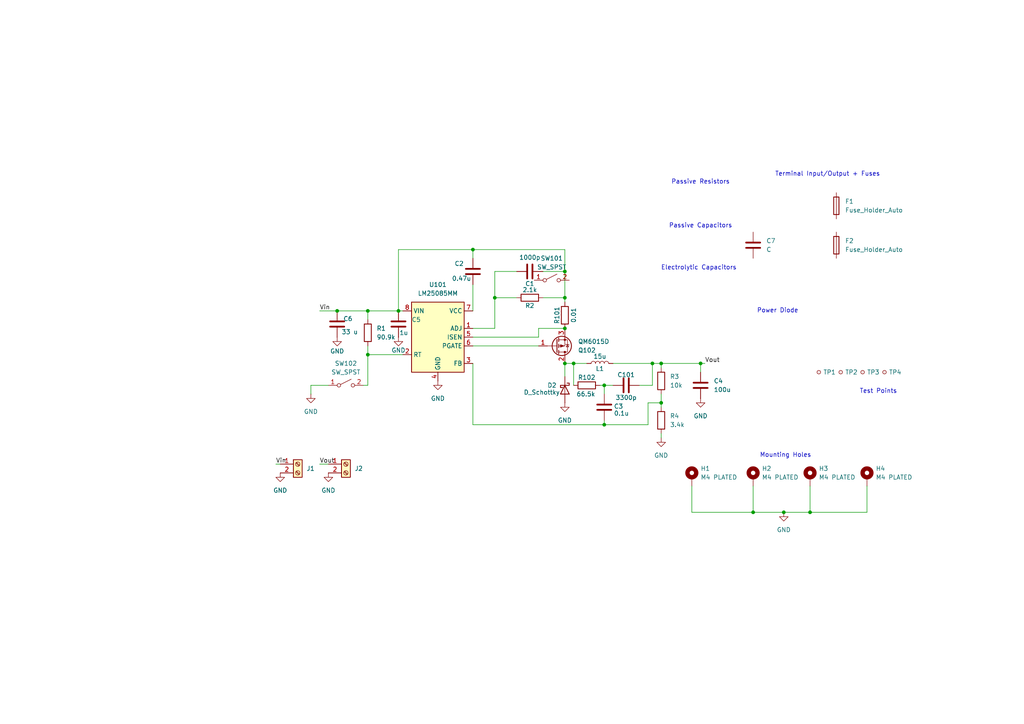
<source format=kicad_sch>
(kicad_sch (version 20250114) (generator "eeschema") (generator_version "9.0")
  (paper "A4")
  (lib_symbols
    (symbol "Device:C" (pin_numbers (hide yes)) (pin_names (offset 0.254))
      (property "Reference" "C" (at 0.635 2.54 0))
      (property "Value" "C" (at 0.635 -2.54 0))
      (symbol "C_0_1"
        (polyline (pts (xy -2.032 0.762) (xy 2.032 0.762)) (stroke (width 0.508)))
        (polyline (pts (xy -2.032 -0.762) (xy 2.032 -0.762)) (stroke (width 0.508)))
      )
      (symbol "C_1_1"
        (pin passive line (at 0 3.81 270) (length 2.794) (name "~") (number "1"))
        (pin passive line (at 0 -3.81 90) (length 2.794) (name "~") (number "2"))
      )
    )
    (symbol "Device:D_Schottky" (pin_numbers (hide yes)) (pin_names (offset 1.016) (hide yes))
      (property "Reference" "D" (at 0 2.54 0))
      (property "Value" "D_Schottky" (at 0 -2.54 0))
      (symbol "D_Schottky_0_1"
        (polyline (pts (xy -1.905 0.635) (xy -1.905 1.27) (xy -1.27 1.27) (xy -1.27 -1.27) (xy -0.635 -1.27) (xy -0.635 -0.635)) (stroke (width 0.254)))
        (polyline (pts (xy 1.27 1.27) (xy 1.27 -1.27) (xy -1.27 0) (xy 1.27 1.27)) (stroke (width 0.254)))
        (polyline (pts (xy 1.27 0) (xy -1.27 0)))
      )
      (symbol "D_Schottky_1_1"
        (pin passive line (at -3.81 0 0) (length 2.54) (name "K") (number "1"))
        (pin passive line (at 3.81 0 180) (length 2.54) (name "A") (number "2"))
      )
    )
    (symbol "Device:L" (pin_numbers (hide yes)) (pin_names (offset 1.016) (hide yes))
      (property "Reference" "L" (at -1.27 0 90))
      (property "Value" "L" (at 1.905 0 90))
      (symbol "L_0_1"
        (arc (start 0 2.54) (mid 0.6323 1.905) (end 0 1.27))
        (arc (start 0 1.27) (mid 0.6323 0.635) (end 0 0))
        (arc (start 0 0) (mid 0.6323 -0.635) (end 0 -1.27))
        (arc (start 0 -1.27) (mid 0.6323 -1.905) (end 0 -2.54))
      )
      (symbol "L_1_1"
        (pin passive line (at 0 3.81 270) (length 1.27) (name "1") (number "1"))
        (pin passive line (at 0 -3.81 90) (length 1.27) (name "2") (number "2"))
      )
    )
    (symbol "Modifications:LM25085MM_modified"
      (property "Reference" "U1" (at 0 15.24 0))
      (property "Value" "LM25085MM_modified" (at 0 12.7 0))
      (symbol "LM25085MM_modified_0_1"
        (rectangle (start -7.62 10.16) (end 7.62 -10.16) (stroke (width 0.254)) (fill (type background)))
      )
      (symbol "LM25085MM_modified_1_1"
        (pin power_in line (at -10.16 7.62 0) (length 2.54) (name "VIN") (number "8"))
        (pin input line (at -10.16 -5.08 0) (length 2.54) (name "RT") (number "2"))
        (pin power_in line (at 0 -12.7 90) (length 2.54) (name "GND") (number "4"))
        (pin power_out line (at 10.16 7.62 180) (length 2.54) (name "VCC") (number "7"))
        (pin input line (at 10.16 2.54 180) (length 2.54) (name "ADJ") (number "1"))
        (pin input line (at 10.16 0 180) (length 2.54) (name "ISEN") (number "5"))
        (pin output line (at 10.16 -2.54 180) (length 2.54) (name "PGATE") (number "6"))
        (pin input line (at 10.16 -7.62 180) (length 2.54) (name "FB") (number "3"))
      )
    )
    (symbol "Switch:SW_SPST" (pin_names (offset 0) (hide yes))
      (property "Reference" "SW" (at 0 3.175 0))
      (property "Value" "SW_SPST" (at 0 -2.54 0))
      (symbol "SW_SPST_0_0"
        (circle (center -2.032 0) (radius 0.508))
        (polyline (pts (xy -1.524 0.254) (xy 1.524 1.778)))
        (circle (center 2.032 0) (radius 0.508))
      )
      (symbol "SW_SPST_1_1"
        (pin passive line (at -5.08 0 0) (length 2.54) (name "A") (number "1"))
        (pin passive line (at 5.08 0 180) (length 2.54) (name "B") (number "2"))
      )
    )
    (symbol "Transistor_FET:QM6015D" (pin_names (hide yes))
      (property "Reference" "Q" (at 5.08 1.905 0))
      (property "Value" "QM6015D" (at 5.08 0 0))
      (symbol "QM6015D_0_1"
        (polyline (pts (xy 0.254 1.905) (xy 0.254 -1.905)) (stroke (width 0.254)))
        (polyline (pts (xy 0.254 0) (xy -2.54 0)))
        (polyline (pts (xy 0.762 2.286) (xy 0.762 1.27)) (stroke (width 0.254)))
        (polyline (pts (xy 0.762 1.778) (xy 3.302 1.778) (xy 3.302 -1.778) (xy 0.762 -1.778)))
        (polyline (pts (xy 0.762 0.508) (xy 0.762 -0.508)) (stroke (width 0.254)))
        (polyline (pts (xy 0.762 -1.27) (xy 0.762 -2.286)) (stroke (width 0.254)))
        (circle (center 1.651 0) (radius 2.794) (stroke (width 0.254)))
        (polyline (pts (xy 2.286 0) (xy 1.27 0.381) (xy 1.27 -0.381) (xy 2.286 0)) (fill (type outline)))
        (polyline (pts (xy 2.54 2.54) (xy 2.54 1.778)))
        (circle (center 2.54 1.778) (radius 0.254) (fill (type outline)))
        (circle (center 2.54 -1.778) (radius 0.254) (fill (type outline)))
        (polyline (pts (xy 2.54 -2.54) (xy 2.54 0) (xy 0.762 0)))
        (polyline (pts (xy 2.794 -0.508) (xy 2.921 -0.381) (xy 3.683 -0.381) (xy 3.81 -0.254)))
        (polyline (pts (xy 3.302 -0.381) (xy 2.921 0.254) (xy 3.683 0.254) (xy 3.302 -0.381)))
      )
      (symbol "QM6015D_1_1"
        (pin passive line (at -5.08 0 0) (length 2.54) (name "G") (number "1"))
        (pin passive line (at 2.54 5.08 270) (length 2.54) (name "D") (number "2"))
        (pin passive line (at 2.54 -5.08 90) (length 2.54) (name "S") (number "3"))
      )
    )
    (symbol "power:GND" (power) (pin_numbers (hide yes)) (pin_names (offset 0) (hide yes))
      (property "Value" "GND" (at 0 -3.81 0))
      (symbol "GND_0_1"
        (polyline (pts (xy 0 0) (xy 0 -1.27) (xy 1.27 -1.27) (xy 0 -2.54) (xy -1.27 -1.27) (xy 0 -1.27)))
      )
      (symbol "GND_1_1"
        (pin power_in line (at 0 0 270) (length 0) (name "~") (number "1"))
      )
    )
    (symbol "rsx_Capacitors:1u" (pin_numbers (hide yes)) (pin_names (offset 0.254))
      (property "Reference" "C" (at 0.635 2.54 0))
      (property "Value" "1u" (at 0.635 -2.54 0))
      (symbol "1u_0_1"
        (polyline (pts (xy -2.032 0.762) (xy 2.032 0.762)) (stroke (width 0.508)))
        (polyline (pts (xy -2.032 -0.762) (xy 2.032 -0.762)) (stroke (width 0.508)))
      )
      (symbol "1u_1_1"
        (pin passive line (at 0 3.81 270) (length 2.794) (name "~") (number "1"))
        (pin passive line (at 0 -3.81 90) (length 2.794) (name "~") (number "2"))
      )
    )
    (symbol "rsx_Resistors:0R00 1/10W" (pin_numbers (hide yes)) (pin_names (offset 0))
      (property "Reference" "R" (at 2.032 0 90))
      (property "Value" "0R00 1{slash}10W" (at 0 0 90))
      (symbol "0R00 1/10W_0_1"
        (rectangle (start -1.016 -2.54) (end 1.016 2.54) (stroke (width 0.254)))
      )
      (symbol "0R00 1/10W_1_1"
        (pin passive line (at 0 3.81 270) (length 1.27) (name "~") (number "1"))
        (pin passive line (at 0 -3.81 90) (length 1.27) (name "~") (number "2"))
      )
    )
    (symbol "rsx_fuses:Fuse_Holder_Auto" (pin_numbers (hide yes)) (pin_names (offset 0))
      (property "Reference" "F" (at 2.032 0 90))
      (property "Value" "Fuse_Holder_Auto" (at -1.905 0 90))
      (symbol "Fuse_Holder_Auto_0_1"
        (rectangle (start -0.762 2.54) (end 0.762 -2.54) (stroke (width 0.254)))
        (polyline (pts (xy 0 2.54) (xy 0 -2.54)))
      )
      (symbol "Fuse_Holder_Auto_1_1"
        (pin passive line (at 0 3.81 270) (length 1.27) (name "~") (number "1"))
        (pin passive line (at 0 -3.81 90) (length 1.27) (name "~") (number "2"))
      )
    )
    (symbol "rsx_header_screw:Screw_Terminal_2x5.08" (pin_names (offset 1.016) (hide yes))
      (property "Reference" "J" (at 0 2.54 0))
      (symbol "Screw_Terminal_2x5.08_1_1"
        (rectangle (start -1.27 1.27) (end 1.27 -3.81) (stroke (width 0.254)) (fill (type background)))
        (polyline (pts (xy -0.5334 0.3302) (xy 0.3302 -0.508)) (stroke (width 0.1524)))
        (polyline (pts (xy -0.5334 -2.2098) (xy 0.3302 -3.048)) (stroke (width 0.1524)))
        (polyline (pts (xy -0.3556 0.508) (xy 0.508 -0.3302)) (stroke (width 0.1524)))
        (polyline (pts (xy -0.3556 -2.032) (xy 0.508 -2.8702)) (stroke (width 0.1524)))
        (circle (center 0 0) (radius 0.635) (stroke (width 0.1524)))
        (circle (center 0 -2.54) (radius 0.635) (stroke (width 0.1524)))
        (pin passive line (at -5.08 0 0) (length 3.81) (name "Pin_1") (number "1"))
        (pin passive line (at -5.08 -2.54 0) (length 3.81) (name "Pin_2") (number "2"))
      )
    )
    (symbol "rsx_misc:M4 PLATED" (pin_numbers (hide yes)) (pin_names (offset 1.016) (hide yes)) (in_bom no)
      (property "Reference" "H" (at 0 6.35 0))
      (property "Value" "M4 PLATED" (at 0 4.445 0))
      (symbol "M4 PLATED_0_1"
        (circle (center 0 1.27) (radius 1.27) (stroke (width 1.27)))
      )
      (symbol "M4 PLATED_1_1"
        (pin input line (at 0 -2.54 90) (length 2.54) (name "1") (number "1"))
      )
    )
    (symbol "rsx_misc:TestPoint_Small" (pin_numbers (hide yes)) (pin_names (offset 0.762) (hide yes)) (in_bom no)
      (property "Reference" "TP" (at 0 3.81 0))
      (symbol "TestPoint_Small_0_1"
        (circle (center 0 0) (radius 0.508))
      )
      (symbol "TestPoint_Small_1_1"
        (pin passive line (at 0 0 90) (length 0) (name "1") (number "1"))
      )
    )
  )
  (text "Terminal Input/Output + Fuses" (at 240.03 50.546 0) (effects (font (size 1.27 1.27))))
  (text "Electrolytic Capacitors\n" (at 202.692 77.724 0) (effects (font (size 1.27 1.27))))
  (text "Mounting Holes" (at 227.838 132.08 0) (effects (font (size 1.27 1.27))))
  (text "Power Diode\n" (at 225.552 90.17 0) (effects (font (size 1.27 1.27))))
  (text "Passive Resistors" (at 203.2 52.832 0) (effects (font (size 1.27 1.27))))
  (text "Passive Capacitors" (at 203.2 65.532 0) (effects (font (size 1.27 1.27))))
  (text "Test Points" (at 254.762 113.538 0) (effects (font (size 1.27 1.27))))
  (junction (at 163.83 86.36))
  (junction (at 166.37 105.41))
  (junction (at 97.79 90.17))
  (junction (at 191.77 116.84))
  (junction (at 218.44 148.59))
  (junction (at 137.16 72.39))
  (junction (at 189.23 105.41))
  (junction (at 143.51 86.36))
  (junction (at 234.95 148.59))
  (junction (at 191.77 105.41))
  (junction (at 227.33 148.59))
  (junction (at 163.83 95.25))
  (junction (at 106.68 90.17))
  (junction (at 175.26 111.76))
  (junction (at 163.83 78.74))
  (junction (at 115.57 90.17))
  (junction (at 106.68 102.87))
  (junction (at 203.2 105.41))
  (junction (at 175.26 123.19))
  (junction (at 163.83 105.41))
  (wire (pts (xy 143.51 86.36) (xy 143.51 95.25)))
  (wire (pts (xy 163.83 86.36) (xy 163.83 87.63)))
  (wire (pts (xy 106.68 102.87) (xy 116.84 102.87)))
  (wire (pts (xy 166.37 105.41) (xy 166.37 111.76)))
  (wire (pts (xy 97.79 90.17) (xy 106.68 90.17)))
  (wire (pts (xy 191.77 118.11) (xy 191.77 116.84)))
  (wire (pts (xy 137.16 72.39) (xy 163.83 72.39)))
  (wire (pts (xy 115.57 90.17) (xy 115.57 72.39)))
  (wire (pts (xy 106.68 111.76) (xy 105.41 111.76)))
  (wire (pts (xy 203.2 105.41) (xy 204.47 105.41)))
  (wire (pts (xy 143.51 78.74) (xy 149.86 78.74)))
  (wire (pts (xy 251.46 148.59) (xy 251.46 140.97)))
  (wire (pts (xy 203.2 105.41) (xy 203.2 107.95)))
  (wire (pts (xy 166.37 105.41) (xy 170.18 105.41)))
  (wire (pts (xy 218.44 148.59) (xy 227.33 148.59)))
  (wire (pts (xy 191.77 127) (xy 191.77 125.73)))
  (wire (pts (xy 173.99 111.76) (xy 175.26 111.76)))
  (wire (pts (xy 137.16 123.19) (xy 137.16 105.41)))
  (wire (pts (xy 191.77 105.41) (xy 203.2 105.41)))
  (wire (pts (xy 143.51 78.74) (xy 143.51 86.36)))
  (wire (pts (xy 106.68 90.17) (xy 115.57 90.17)))
  (wire (pts (xy 137.16 123.19) (xy 175.26 123.19)))
  (wire (pts (xy 163.83 105.41) (xy 163.83 109.22)))
  (wire (pts (xy 163.83 105.41) (xy 166.37 105.41)))
  (wire (pts (xy 92.71 134.62) (xy 95.25 134.62)))
  (wire (pts (xy 81.28 134.62) (xy 80.01 134.62)))
  (wire (pts (xy 175.26 121.92) (xy 175.26 123.19)))
  (wire (pts (xy 115.57 72.39) (xy 137.16 72.39)))
  (wire (pts (xy 106.68 100.33) (xy 106.68 102.87)))
  (wire (pts (xy 200.66 148.59) (xy 218.44 148.59)))
  (wire (pts (xy 137.16 100.33) (xy 156.21 100.33)))
  (wire (pts (xy 156.21 95.25) (xy 163.83 95.25)))
  (wire (pts (xy 92.71 90.17) (xy 97.79 90.17)))
  (wire (pts (xy 218.44 140.97) (xy 218.44 148.59)))
  (wire (pts (xy 90.17 111.76) (xy 90.17 114.3)))
  (wire (pts (xy 175.26 111.76) (xy 177.8 111.76)))
  (wire (pts (xy 137.16 95.25) (xy 143.51 95.25)))
  (wire (pts (xy 189.23 111.76) (xy 185.42 111.76)))
  (wire (pts (xy 189.23 105.41) (xy 191.77 105.41)))
  (wire (pts (xy 143.51 86.36) (xy 149.86 86.36)))
  (wire (pts (xy 137.16 97.79) (xy 156.21 97.79)))
  (wire (pts (xy 163.83 78.74) (xy 163.83 86.36)))
  (wire (pts (xy 106.68 102.87) (xy 106.68 111.76)))
  (wire (pts (xy 157.48 78.74) (xy 163.83 78.74)))
  (wire (pts (xy 187.96 123.19) (xy 187.96 116.84)))
  (wire (pts (xy 175.26 123.19) (xy 187.96 123.19)))
  (wire (pts (xy 137.16 72.39) (xy 137.16 74.93)))
  (wire (pts (xy 177.8 105.41) (xy 189.23 105.41)))
  (wire (pts (xy 137.16 82.55) (xy 137.16 90.17)))
  (wire (pts (xy 175.26 111.76) (xy 175.26 114.3)))
  (wire (pts (xy 116.84 90.17) (xy 115.57 90.17)))
  (wire (pts (xy 191.77 116.84) (xy 191.77 114.3)))
  (wire (pts (xy 189.23 105.41) (xy 189.23 111.76)))
  (wire (pts (xy 157.48 86.36) (xy 163.83 86.36)))
  (wire (pts (xy 187.96 116.84) (xy 191.77 116.84)))
  (wire (pts (xy 95.25 111.76) (xy 90.17 111.76)))
  (wire (pts (xy 200.66 140.97) (xy 200.66 148.59)))
  (wire (pts (xy 156.21 97.79) (xy 156.21 95.25)))
  (wire (pts (xy 227.33 148.59) (xy 234.95 148.59)))
  (wire (pts (xy 234.95 140.97) (xy 234.95 148.59)))
  (wire (pts (xy 106.68 90.17) (xy 106.68 92.71)))
  (wire (pts (xy 191.77 105.41) (xy 191.77 106.68)))
  (wire (pts (xy 163.83 72.39) (xy 163.83 78.74)))
  (wire (pts (xy 234.95 148.59) (xy 251.46 148.59)))
  (label "Vin" (at 80.01 134.62 0))
  (label "Vout" (at 204.47 105.41 0))
  (label "Vin" (at 92.71 90.17 0))
  (label "Vout" (at 92.71 134.62 0))
  (symbol (lib_id "power:GND") (at 127 110.49 0) (unit 1)
    (property "Reference" "#PWR0101" (effects (hide yes)))
    (property "Value" "GND" (at 127 115.57 0))
    (property "Description" "Power symbol creates a global label with name \"GND\" , ground" (effects (hide yes)))
  )
  (symbol (lib_id "rsx_misc:TestPoint_Small") (at 256.54 107.95 0) (unit 1) (in_bom no)
    (property "Reference" "TP4" (at 257.81 107.9499 0) (effects (justify left)))
    (property "Value" "TestPoint_Small" (effects (hide yes)))
    (property "Footprint" "TestPoint:TestPoint_Pad_D1.0mm" (effects (hide yes)))
    (property "Description" "test point" (effects (hide yes)))
  )
  (symbol (lib_id "Transistor_FET:QM6015D") (at 161.29 100.33 0) (mirror x) (unit 1)
    (property "Reference" "Q102" (at 167.64 101.6001 0) (effects (justify left)))
    (property "Value" "QM6015D" (at 167.64 99.0601 0) (effects (justify left)))
    (property "Footprint" "Package_TO_SOT_SMD:TO-252-2" (effects (hide yes)))
    (property "Datasheet" "http://www.jaolen.com/images/pdf/QM6015D.pdf" (effects (hide yes)))
    (property "Description" "-35A Id, -60V Vds, P-Channel Power MOSFET, 25mOhm Ron, 25.0nC Qg (typ), TO252" (effects (hide yes)))
  )
  (symbol (lib_id "Device:C") (at 203.2 111.76 0) (unit 1)
    (property "Reference" "C4" (at 207.01 110.4899 0) (effects (justify left)))
    (property "Value" "100u" (at 207.01 113.0299 0) (effects (justify left)))
    (property "Footprint" "Capacitor_SMD:C_Elec_10x10.2" (effects (hide yes)))
    (property "Description" "Unpolarized capacitor" (effects (hide yes)))
  )
  (symbol (lib_id "rsx_misc:TestPoint_Small") (at 243.84 107.95 0) (unit 1) (in_bom no)
    (property "Reference" "TP2" (at 245.11 107.9499 0) (effects (justify left)))
    (property "Value" "TestPoint_Small" (effects (hide yes)))
    (property "Footprint" "TestPoint:TestPoint_Pad_D1.0mm" (effects (hide yes)))
    (property "Description" "test point" (effects (hide yes)))
  )
  (symbol (lib_id "rsx_misc:TestPoint_Small") (at 250.19 107.95 0) (unit 1) (in_bom no)
    (property "Reference" "TP3" (at 251.46 107.9499 0) (effects (justify left)))
    (property "Value" "TestPoint_Small" (effects (hide yes)))
    (property "Footprint" "TestPoint:TestPoint_Pad_D1.0mm" (effects (hide yes)))
    (property "Description" "test point" (effects (hide yes)))
  )
  (symbol (lib_id "Switch:SW_SPST") (at 160.02 81.28 0) (unit 1)
    (property "Reference" "SW101" (at 160.02 74.93 0))
    (property "Value" "SW_SPST" (at 160.02 77.47 0))
    (property "Description" "Single Pole Single Throw (SPST) switch" (effects (hide yes)))
  )
  (symbol (lib_id "power:GND") (at 163.83 116.84 0) (unit 1)
    (property "Reference" "#PWR0103" (effects (hide yes)))
    (property "Value" "GND" (at 163.83 121.92 0))
    (property "Description" "Power symbol creates a global label with name \"GND\" , ground" (effects (hide yes)))
  )
  (symbol (lib_id "rsx_Capacitors:1u") (at 218.44 71.12 0) (unit 1)
    (property "Reference" "C7" (at 222.25 69.8499 0) (effects (justify left)))
    (property "Value" "C" (at 222.25 72.3899 0) (effects (justify left)))
    (property "Footprint" "rsx_capacitors:C_0805_2012Metric" (effects (hide yes)))
    (property "Description" "CAP CER 1UF 50V X7R 0805" (effects (hide yes)))
    (property "MFR" "Samsung Electro-Mechanics" (effects (hide yes)))
    (property "DPN" "1276-1029-1-ND" (effects (hide yes)))
    (property "MPN" "CL21B105KBFNNNE" (effects (hide yes)))
  )
  (symbol (lib_id "Switch:SW_SPST") (at 100.33 111.76 0) (unit 1)
    (property "Reference" "SW102" (at 100.33 105.41 0))
    (property "Value" "SW_SPST" (at 100.33 107.95 0))
    (property "Description" "Single Pole Single Throw (SPST) switch" (effects (hide yes)))
  )
  (symbol (lib_id "rsx_Resistors:0R00 1/10W") (at 163.83 91.44 180) (unit 1)
    (property "Reference" "R101" (at 161.544 91.44 90))
    (property "Value" "0.01" (at 166.37 91.44 90))
    (property "Footprint" "rsx_resistors:R_0805_2012Metric" (effects (hide yes)))
    (property "Description" "RES 0 OHM JUMPER 1/10W 0603" (effects (hide yes)))
    (property "MFR" "Stackpole Electronics Inc" (effects (hide yes)))
    (property "DPN" "RMCF0603ZT0R00CT-ND" (effects (hide yes)))
    (property "MPN" "RMCF0603ZT0R00" (effects (hide yes)))
  )
  (symbol (lib_id "power:GND") (at 97.79 97.79 0) (unit 1)
    (property "Reference" "#PWR0106" (effects (hide yes)))
    (property "Value" "GND" (at 97.79 101.854 0))
    (property "Description" "Power symbol creates a global label with name \"GND\" , ground" (effects (hide yes)))
  )
  (symbol (lib_id "rsx_misc:TestPoint_Small") (at 237.49 107.95 0) (unit 1) (in_bom no)
    (property "Reference" "TP1" (at 238.76 107.9499 0) (effects (justify left)))
    (property "Value" "TestPoint_Small" (effects (hide yes)))
    (property "Footprint" "TestPoint:TestPoint_Pad_D1.0mm" (effects (hide yes)))
    (property "Description" "test point" (effects (hide yes)))
  )
  (symbol (lib_id "power:GND") (at 191.77 127 0) (unit 1)
    (property "Reference" "#PWR0104" (effects (hide yes)))
    (property "Value" "GND" (at 191.77 132.08 0))
    (property "Description" "Power symbol creates a global label with name \"GND\" , ground" (effects (hide yes)))
  )
  (symbol (lib_id "Device:C") (at 97.79 93.98 0) (unit 1)
    (property "Reference" "C6" (at 99.568 92.456 0) (effects (justify left)))
    (property "Value" "33 u" (at 99.06 96.266 0) (effects (justify left)))
    (property "Footprint" "Capacitor_SMD:C_Elec_10x10.2" (effects (hide yes)))
    (property "Description" "Unpolarized capacitor" (effects (hide yes)))
  )
  (symbol (lib_id "rsx_Capacitors:1u") (at 175.26 118.11 0) (unit 1)
    (property "Reference" "C3" (at 178.054 117.856 0) (effects (justify left)))
    (property "Value" "0.1u" (at 178.054 119.888 0) (effects (justify left)))
    (property "Footprint" "rsx_capacitors:C_0805_2012Metric" (effects (hide yes)))
    (property "Description" "CAP CER 1UF 50V X7R 0805" (effects (hide yes)))
    (property "MFR" "Samsung Electro-Mechanics" (effects (hide yes)))
    (property "DPN" "1276-1029-1-ND" (effects (hide yes)))
    (property "MPN" "CL21B105KBFNNNE" (effects (hide yes)))
  )
  (symbol (lib_id "rsx_Capacitors:1u") (at 153.67 78.74 270) (unit 1)
    (property "Reference" "C1" (at 153.67 82.296 90))
    (property "Value" "1000p" (at 153.67 74.676 90))
    (property "Footprint" "rsx_capacitors:C_0805_2012Metric" (effects (hide yes)))
    (property "Description" "CAP CER 1UF 50V X7R 0805" (effects (hide yes)))
    (property "MFR" "Samsung Electro-Mechanics" (effects (hide yes)))
    (property "DPN" "1276-1029-1-ND" (effects (hide yes)))
    (property "MPN" "CL21B105KBFNNNE" (effects (hide yes)))
  )
  (symbol (lib_id "rsx_misc:M4 PLATED") (at 251.46 138.43 0) (unit 1) (in_bom no)
    (property "Reference" "H4" (at 254 135.8899 0) (effects (justify left)))
    (property "Value" "M4 PLATED" (at 254 138.4299 0) (effects (justify left)))
    (property "Footprint" "rsx_misc:MountingHole_4.5mm_Pad_Via" (effects (hide yes)))
    (property "Description" "Mounting Hole with connection M4" (effects (hide yes)))
  )
  (symbol (lib_id "Modifications:LM25085MM_modified") (at 127 97.79 0) (unit 1)
    (property "Reference" "U101" (at 127 82.55 0))
    (property "Value" "LM25085MM" (at 127 85.09 0))
    (property "Footprint" "rsx_packages_SO:MSOP-8_3x3mm_P0.65mm_DL" (effects (hide yes)))
    (property "Datasheet" "http://www.ti.com/lit/ds/symlink/lm25085.pdf" (effects (hide yes)))
    (property "Description" "42V Constant On-Time PFET Buck Switching Controller, MSOP-8" (effects (hide yes)))
  )
  (symbol (lib_id "Device:L") (at 173.99 105.41 90) (unit 1)
    (property "Reference" "L1" (at 173.99 106.934 90))
    (property "Value" "15u" (at 173.99 103.378 90))
    (property "Footprint" "Inductor_SMD:L_Coilcraft_XAL1350-XXX" (effects (hide yes)))
    (property "Description" "Inductor" (effects (hide yes)))
  )
  (symbol (lib_id "Device:C") (at 137.16 78.74 0) (unit 1)
    (property "Reference" "C2" (at 131.826 76.454 0) (effects (justify left)))
    (property "Value" "0.47u" (at 131.064 80.772 0) (effects (justify left)))
    (property "Footprint" "Capacitor_SMD:C_Elec_10x10.2" (effects (hide yes)))
    (property "Description" "Unpolarized capacitor" (effects (hide yes)))
  )
  (symbol (lib_id "power:GND") (at 203.2 115.57 0) (unit 1)
    (property "Reference" "#PWR0105" (effects (hide yes)))
    (property "Value" "GND" (at 203.2 120.65 0))
    (property "Description" "Power symbol creates a global label with name \"GND\" , ground" (effects (hide yes)))
  )
  (symbol (lib_id "rsx_Capacitors:1u") (at 181.61 111.76 90) (unit 1)
    (property "Reference" "C101" (at 181.61 108.712 90))
    (property "Value" "3300p" (at 181.61 115.316 90))
    (property "Footprint" "rsx_capacitors:C_0805_2012Metric" (effects (hide yes)))
    (property "Description" "CAP CER 1UF 50V X7R 0805" (effects (hide yes)))
    (property "MFR" "Samsung Electro-Mechanics" (effects (hide yes)))
    (property "DPN" "1276-1029-1-ND" (effects (hide yes)))
    (property "MPN" "CL21B105KBFNNNE" (effects (hide yes)))
  )
  (symbol (lib_id "rsx_misc:M4 PLATED") (at 234.95 138.43 0) (unit 1) (in_bom no)
    (property "Reference" "H3" (at 237.49 135.8899 0) (effects (justify left)))
    (property "Value" "M4 PLATED" (at 237.49 138.4299 0) (effects (justify left)))
    (property "Footprint" "rsx_misc:MountingHole_4.5mm_Pad_Via" (effects (hide yes)))
    (property "Description" "Mounting Hole with connection M4" (effects (hide yes)))
  )
  (symbol (lib_id "rsx_header_screw:Screw_Terminal_2x5.08") (at 86.36 134.62 0) (unit 1)
    (property "Reference" "J1" (at 88.9 135.8899 0) (effects (justify left)))
    (property "Value" "Screw_Terminal_2x5.08" (effects (hide yes)))
    (property "Footprint" "rsx_headers_screw:Molex_0398800302" (effects (hide yes)))
    (property "Description" "TERM BLK 2P SIDE ENT 5.08MM PCB" (effects (hide yes)))
    (property "MFR" "Molex" (effects (hide yes)))
    (property "DPN" "WM4393-ND" (effects (hide yes)))
    (property "MPN" "398800302" (effects (hide yes)))
  )
  (symbol (lib_id "power:GND") (at 10933.43 10088.88 0) (unit 1)
    (property "Reference" "#PWR0102" (effects (hide yes)))
    (property "Value" "GND" (at 10933.43 10093.96 0))
    (property "Description" "Power symbol creates a global label with name \"GND\" , ground" (effects (hide yes)))
  )
  (symbol (lib_id "power:GND") (at 115.57 97.79 0) (unit 1)
    (property "Reference" "#PWR0108" (effects (hide yes)))
    (property "Value" "GND" (at 115.57 101.6 0))
    (property "Description" "Power symbol creates a global label with name \"GND\" , ground" (effects (hide yes)))
  )
  (symbol (lib_id "rsx_fuses:Fuse_Holder_Auto") (at 242.57 59.69 0) (unit 1)
    (property "Reference" "F1" (at 245.11 58.4199 0) (effects (justify left)))
    (property "Value" "Fuse_Holder_Auto" (at 245.11 60.9599 0) (effects (justify left)))
    (property "Footprint" "rsx_fuses:FUSE_3568-10" (effects (hide yes)))
    (property "Description" "Fuse Holder 30 A 500V 1 Circuit Blade Through Hole" (effects (hide yes)))
    (property "MFR" "Keystone Electronics" (effects (hide yes)))
    (property "DPN" "36-3568-10-ND" (effects (hide yes)))
    (property "MPN" "3568-10" (effects (hide yes)))
  )
  (symbol (lib_id "rsx_Resistors:0R00 1/10W") (at 153.67 86.36 270) (unit 1)
    (property "Reference" "R2" (at 153.67 88.646 90))
    (property "Value" "2.1k" (at 153.67 84.074 90))
    (property "Footprint" "rsx_resistors:R_0805_2012Metric" (effects (hide yes)))
    (property "Description" "RES 0 OHM JUMPER 1/10W 0603" (effects (hide yes)))
    (property "MFR" "Stackpole Electronics Inc" (effects (hide yes)))
    (property "DPN" "RMCF0603ZT0R00CT-ND" (effects (hide yes)))
    (property "MPN" "RMCF0603ZT0R00" (effects (hide yes)))
  )
  (symbol (lib_id "rsx_Resistors:0R00 1/10W") (at 191.77 121.92 0) (unit 1)
    (property "Reference" "R4" (at 194.31 120.6499 0) (effects (justify left)))
    (property "Value" "3.4k" (at 194.31 123.1899 0) (effects (justify left)))
    (property "Footprint" "rsx_resistors:R_0805_2012Metric" (effects (hide yes)))
    (property "Description" "RES 0 OHM JUMPER 1/10W 0603" (effects (hide yes)))
    (property "MFR" "Stackpole Electronics Inc" (effects (hide yes)))
    (property "DPN" "RMCF0603ZT0R00CT-ND" (effects (hide yes)))
    (property "MPN" "RMCF0603ZT0R00" (effects (hide yes)))
  )
  (symbol (lib_id "Device:D_Schottky") (at 163.83 113.03 270) (unit 1)
    (property "Reference" "D2" (at 158.75 111.76 90) (effects (justify left)))
    (property "Value" "D_Schottky" (at 151.892 113.792 90) (effects (justify left)))
    (property "Footprint" "Diode_SMD:D_SMA" (effects (hide yes)))
    (property "Description" "Schottky diode" (effects (hide yes)))
  )
  (symbol (lib_id "power:GND") (at 227.33 148.59 0) (unit 1)
    (property "Reference" "#PWR0107" (effects (hide yes)))
    (property "Value" "GND" (at 227.33 153.67 0))
    (property "Description" "Power symbol creates a global label with name \"GND\" , ground" (effects (hide yes)))
  )
  (symbol (lib_id "power:GND") (at 90.17 114.3 0) (unit 1)
    (property "Reference" "#PWR0111" (effects (hide yes)))
    (property "Value" "GND" (at 90.17 119.38 0))
    (property "Description" "Power symbol creates a global label with name \"GND\" , ground" (effects (hide yes)))
  )
  (symbol (lib_id "rsx_header_screw:Screw_Terminal_2x5.08") (at 100.33 134.62 0) (unit 1)
    (property "Reference" "J2" (at 102.87 135.8899 0) (effects (justify left)))
    (property "Value" "Screw_Terminal_2x5.08" (effects (hide yes)))
    (property "Footprint" "rsx_headers_screw:Molex_0398800302" (effects (hide yes)))
    (property "Description" "TERM BLK 2P SIDE ENT 5.08MM PCB" (effects (hide yes)))
    (property "MFR" "Molex" (effects (hide yes)))
    (property "DPN" "WM4393-ND" (effects (hide yes)))
    (property "MPN" "398800302" (effects (hide yes)))
  )
  (symbol (lib_id "rsx_Resistors:0R00 1/10W") (at 191.77 110.49 0) (unit 1)
    (property "Reference" "R3" (at 194.31 109.2199 0) (effects (justify left)))
    (property "Value" "10k" (at 194.31 111.7599 0) (effects (justify left)))
    (property "Footprint" "rsx_resistors:R_0805_2012Metric" (effects (hide yes)))
    (property "Description" "RES 0 OHM JUMPER 1/10W 0603" (effects (hide yes)))
    (property "MFR" "Stackpole Electronics Inc" (effects (hide yes)))
    (property "DPN" "RMCF0603ZT0R00CT-ND" (effects (hide yes)))
    (property "MPN" "RMCF0603ZT0R00" (effects (hide yes)))
  )
  (symbol (lib_id "power:GND") (at 81.28 137.16 0) (unit 1)
    (property "Reference" "#PWR0109" (effects (hide yes)))
    (property "Value" "GND" (at 81.28 142.24 0))
    (property "Description" "Power symbol creates a global label with name \"GND\" , ground" (effects (hide yes)))
  )
  (symbol (lib_id "rsx_fuses:Fuse_Holder_Auto") (at 242.57 71.12 0) (unit 1)
    (property "Reference" "F2" (at 245.11 69.8499 0) (effects (justify left)))
    (property "Value" "Fuse_Holder_Auto" (at 245.11 72.3899 0) (effects (justify left)))
    (property "Footprint" "rsx_fuses:FUSE_3568-10" (effects (hide yes)))
    (property "Description" "Fuse Holder 30 A 500V 1 Circuit Blade Through Hole" (effects (hide yes)))
    (property "MFR" "Keystone Electronics" (effects (hide yes)))
    (property "DPN" "36-3568-10-ND" (effects (hide yes)))
    (property "MPN" "3568-10" (effects (hide yes)))
  )
  (symbol (lib_id "rsx_Resistors:0R00 1/10W") (at 170.18 111.76 90) (unit 1)
    (property "Reference" "R102" (at 170.18 109.474 90))
    (property "Value" "66.5k" (at 169.926 114.3 90))
    (property "Footprint" "rsx_resistors:R_0805_2012Metric" (effects (hide yes)))
    (property "Description" "RES 0 OHM JUMPER 1/10W 0603" (effects (hide yes)))
    (property "MFR" "Stackpole Electronics Inc" (effects (hide yes)))
    (property "DPN" "RMCF0603ZT0R00CT-ND" (effects (hide yes)))
    (property "MPN" "RMCF0603ZT0R00" (effects (hide yes)))
  )
  (symbol (lib_id "rsx_Capacitors:1u") (at 115.57 93.98 0) (unit 1)
    (property "Reference" "C5" (at 119.38 92.7099 0) (effects (justify left)))
    (property "Value" "1u" (at 115.824 96.52 0) (effects (justify left)))
    (property "Footprint" "rsx_capacitors:C_0805_2012Metric" (effects (hide yes)))
    (property "Description" "CAP CER 1UF 50V X7R 0805" (effects (hide yes)))
    (property "MFR" "Samsung Electro-Mechanics" (effects (hide yes)))
    (property "DPN" "1276-1029-1-ND" (effects (hide yes)))
    (property "MPN" "CL21B105KBFNNNE" (effects (hide yes)))
  )
  (symbol (lib_id "power:GND") (at 95.25 137.16 0) (unit 1)
    (property "Reference" "#PWR0110" (effects (hide yes)))
    (property "Value" "GND" (at 95.25 142.24 0))
    (property "Description" "Power symbol creates a global label with name \"GND\" , ground" (effects (hide yes)))
  )
  (symbol (lib_id "rsx_Resistors:0R00 1/10W") (at 106.68 96.52 180) (unit 1)
    (property "Reference" "R1" (at 109.22 95.2499 0) (effects (justify right)))
    (property "Value" "90.9k" (at 109.22 97.7899 0) (effects (justify right)))
    (property "Footprint" "rsx_resistors:R_0805_2012Metric" (effects (hide yes)))
    (property "Description" "RES 0 OHM JUMPER 1/10W 0603" (effects (hide yes)))
    (property "MFR" "Stackpole Electronics Inc" (effects (hide yes)))
    (property "DPN" "RMCF0603ZT0R00CT-ND" (effects (hide yes)))
    (property "MPN" "RMCF0603ZT0R00" (effects (hide yes)))
  )
  (symbol (lib_id "rsx_misc:M4 PLATED") (at 200.66 138.43 0) (unit 1) (in_bom no)
    (property "Reference" "H1" (at 203.2 135.8899 0) (effects (justify left)))
    (property "Value" "M4 PLATED" (at 203.2 138.4299 0) (effects (justify left)))
    (property "Footprint" "rsx_misc:MountingHole_4.5mm_Pad_Via" (effects (hide yes)))
    (property "Description" "Mounting Hole with connection M4" (effects (hide yes)))
  )
  (symbol (lib_id "rsx_misc:M4 PLATED") (at 218.44 138.43 0) (unit 1) (in_bom no)
    (property "Reference" "H2" (at 220.98 135.8899 0) (effects (justify left)))
    (property "Value" "M4 PLATED" (at 220.98 138.4299 0) (effects (justify left)))
    (property "Footprint" "rsx_misc:MountingHole_4.5mm_Pad_Via" (effects (hide yes)))
    (property "Description" "Mounting Hole with connection M4" (effects (hide yes)))
  )
)
</source>
